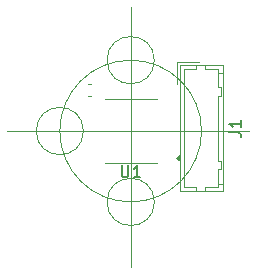
<source format=gbr>
%TF.GenerationSoftware,KiCad,Pcbnew,8.0.9*%
%TF.CreationDate,2025-07-17T23:13:56+09:00*%
%TF.ProjectId,ARTEMIS_ENC_AK,41525445-4d49-4535-9f45-4e435f414b2e,rev?*%
%TF.SameCoordinates,Original*%
%TF.FileFunction,Legend,Top*%
%TF.FilePolarity,Positive*%
%FSLAX46Y46*%
G04 Gerber Fmt 4.6, Leading zero omitted, Abs format (unit mm)*
G04 Created by KiCad (PCBNEW 8.0.9) date 2025-07-17 23:13:56*
%MOMM*%
%LPD*%
G01*
G04 APERTURE LIST*
%ADD10C,0.100000*%
%ADD11C,0.150000*%
%ADD12C,0.120000*%
G04 APERTURE END LIST*
D10*
X37500000Y-53000000D02*
X58000000Y-53000000D01*
X50000000Y-59000000D02*
G75*
G02*
X46000000Y-59000000I-2000000J0D01*
G01*
X46000000Y-59000000D02*
G75*
G02*
X50000000Y-59000000I2000000J0D01*
G01*
X48000000Y-42500000D02*
X48000000Y-64500000D01*
X50000000Y-47000000D02*
G75*
G02*
X46000000Y-47000000I-2000000J0D01*
G01*
X46000000Y-47000000D02*
G75*
G02*
X50000000Y-47000000I2000000J0D01*
G01*
X54000000Y-53000000D02*
G75*
G02*
X42000000Y-53000000I-6000000J0D01*
G01*
X42000000Y-53000000D02*
G75*
G02*
X54000000Y-53000000I6000000J0D01*
G01*
X44000000Y-53000000D02*
G75*
G02*
X40000000Y-53000000I-2000000J0D01*
G01*
X40000000Y-53000000D02*
G75*
G02*
X44000000Y-53000000I2000000J0D01*
G01*
D11*
X56354819Y-53083333D02*
X57069104Y-53083333D01*
X57069104Y-53083333D02*
X57211961Y-53130952D01*
X57211961Y-53130952D02*
X57307200Y-53226190D01*
X57307200Y-53226190D02*
X57354819Y-53369047D01*
X57354819Y-53369047D02*
X57354819Y-53464285D01*
X57354819Y-52083333D02*
X57354819Y-52654761D01*
X57354819Y-52369047D02*
X56354819Y-52369047D01*
X56354819Y-52369047D02*
X56497676Y-52464285D01*
X56497676Y-52464285D02*
X56592914Y-52559523D01*
X56592914Y-52559523D02*
X56640533Y-52654761D01*
X47238095Y-55904819D02*
X47238095Y-56714342D01*
X47238095Y-56714342D02*
X47285714Y-56809580D01*
X47285714Y-56809580D02*
X47333333Y-56857200D01*
X47333333Y-56857200D02*
X47428571Y-56904819D01*
X47428571Y-56904819D02*
X47619047Y-56904819D01*
X47619047Y-56904819D02*
X47714285Y-56857200D01*
X47714285Y-56857200D02*
X47761904Y-56809580D01*
X47761904Y-56809580D02*
X47809523Y-56714342D01*
X47809523Y-56714342D02*
X47809523Y-55904819D01*
X48809523Y-56904819D02*
X48238095Y-56904819D01*
X48523809Y-56904819D02*
X48523809Y-55904819D01*
X48523809Y-55904819D02*
X48428571Y-56047676D01*
X48428571Y-56047676D02*
X48333333Y-56142914D01*
X48333333Y-56142914D02*
X48238095Y-56190533D01*
D12*
%TO.C,J1*%
X51890000Y-47140000D02*
X51890000Y-49050000D01*
X52200000Y-47450000D02*
X52200000Y-58050000D01*
X52200000Y-58050000D02*
X55800000Y-58050000D01*
X52500000Y-47750000D02*
X52500000Y-57750000D01*
X52500000Y-57750000D02*
X53500000Y-57750000D01*
X53500000Y-47450000D02*
X53500000Y-47750000D01*
X53500000Y-47750000D02*
X52500000Y-47750000D01*
X53500000Y-57750000D02*
X53500000Y-58050000D01*
X53800000Y-47140000D02*
X51890000Y-47140000D01*
X54250000Y-47450000D02*
X54250000Y-47750000D01*
X54250000Y-47750000D02*
X55350000Y-47750000D01*
X54250000Y-57750000D02*
X55350000Y-57750000D01*
X54250000Y-58050000D02*
X54250000Y-57750000D01*
X55350000Y-47750000D02*
X55350000Y-48050000D01*
X55350000Y-48050000D02*
X55350000Y-49250000D01*
X55350000Y-48050000D02*
X55800000Y-48050000D01*
X55350000Y-49250000D02*
X55650000Y-49250000D01*
X55350000Y-50000000D02*
X55350000Y-55500000D01*
X55350000Y-55500000D02*
X55650000Y-55500000D01*
X55350000Y-56250000D02*
X55350000Y-57450000D01*
X55350000Y-57450000D02*
X55800000Y-57450000D01*
X55350000Y-57750000D02*
X55350000Y-57450000D01*
X55650000Y-49250000D02*
X55650000Y-50000000D01*
X55650000Y-50000000D02*
X55350000Y-50000000D01*
X55650000Y-55500000D02*
X55650000Y-56250000D01*
X55650000Y-56250000D02*
X55350000Y-56250000D01*
X55800000Y-47450000D02*
X52200000Y-47450000D01*
X55800000Y-58050000D02*
X55800000Y-47450000D01*
%TO.C,U1*%
X48000000Y-55735000D02*
X50200000Y-55735000D01*
X48000000Y-55735000D02*
X45800000Y-55735000D01*
X48000000Y-50265000D02*
X50200000Y-50265000D01*
X48000000Y-50265000D02*
X45800000Y-50265000D01*
X52190000Y-55515000D02*
X51860000Y-55275000D01*
X52190000Y-55035000D01*
X52190000Y-55515000D01*
G36*
X52190000Y-55515000D02*
G01*
X51860000Y-55275000D01*
X52190000Y-55035000D01*
X52190000Y-55515000D01*
G37*
%TO.C,C1*%
X44640580Y-48990000D02*
X44359420Y-48990000D01*
X44640580Y-50010000D02*
X44359420Y-50010000D01*
%TD*%
M02*

</source>
